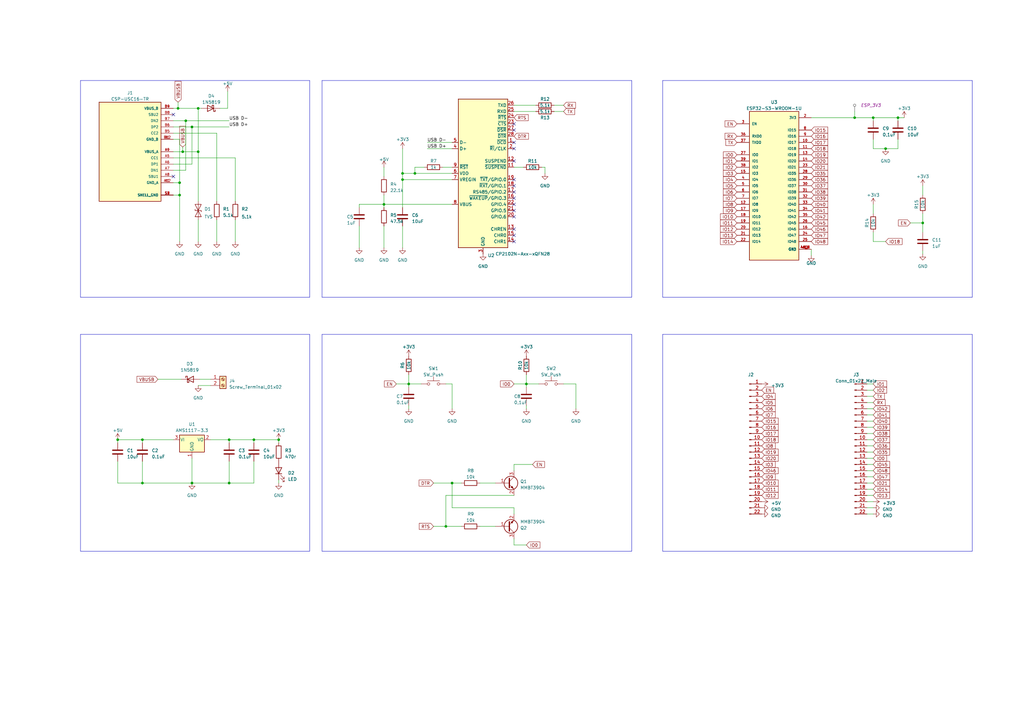
<source format=kicad_sch>
(kicad_sch (version 20230121) (generator eeschema)
  (paper "A3")
  (lib_symbols
    (symbol "CSP-USC16-TR:CSP-USC16-TR" (pin_names (offset 1.016))
      (property "Reference" "J1" (at 0 16.51 0))
      (property "Value" "CSP-USC16-TR" (at 0 13.97 0))
      (symbol "CSP-USC16-TR_0_0"
        (pin power_in line (at 17.78 -20.32 180) (length 5.08) (name "GND_A") (number "A1"))
        (pin power_in line (at 17.78 -20.32 180) (length 5.08) (name "GND_A") (number "A12"))
        (pin power_in line (at 17.78 -7.62 180) (length 5.08) (name "VBUS_A") (number "A4"))
        (pin bidirectional line (at 17.78 -10.16 180) (length 5.08) (name "CC1") (number "A5"))
        (pin bidirectional line (at 17.78 -12.7 180) (length 5.08) (name "DP1") (number "A6"))
        (pin bidirectional line (at 17.78 -15.24 180) (length 5.08) (name "DN1") (number "A7"))
        (pin bidirectional line (at 17.78 -17.78 180) (length 5.08) (name "SBU1") (number "A8"))
        (pin power_in line (at 17.78 -7.62 180) (length 5.08) (name "VBUS_A") (number "A9"))
        (pin power_in line (at 17.78 -2.54 180) (length 5.08) (name "GND_B") (number "B1"))
        (pin power_in line (at 17.78 -2.54 180) (length 5.08) (name "GND_B") (number "B12"))
        (pin bidirectional line (at 17.78 0 180) (length 5.08) (name "CC2") (number "B5"))
        (pin bidirectional line (at 17.78 2.54 180) (length 5.08) (name "DP2") (number "B6"))
        (pin bidirectional line (at 17.78 5.08 180) (length 5.08) (name "DN2") (number "B7"))
        (pin bidirectional line (at 17.78 7.62 180) (length 5.08) (name "SBU2") (number "B8"))
        (pin power_in line (at 17.78 -25.4 180) (length 5.08) (name "SHELL_GND") (number "S1"))
        (pin power_in line (at 17.78 -25.4 180) (length 5.08) (name "SHELL_GND") (number "S2"))
        (pin power_in line (at 17.78 -25.4 180) (length 5.08) (name "SHELL_GND") (number "S3"))
        (pin power_in line (at 17.78 -25.4 180) (length 5.08) (name "SHELL_GND") (number "S4"))
      )
      (symbol "CSP-USC16-TR_1_0"
        (pin bidirectional line (at 17.78 10.16 180) (length 5.08) (name "VBUS_B") (number "B4"))
        (pin bidirectional line (at 17.78 10.16 180) (length 5.08) (name "VBUS_B") (number "B9"))
      )
    )
    (symbol "Connector:Conn_01x22_Male" (pin_names (offset 1.016) hide)
      (property "Reference" "J" (at 0 27.94 0))
      (property "Value" "Conn_01x22_Male" (at 0 -30.48 0))
      (symbol "Conn_01x22_Male_1_1"
        (pin passive line (at 5.08 25.4 180) (length 3.81) (name "Pin_1") (number "1"))
        (pin passive line (at 5.08 2.54 180) (length 3.81) (name "Pin_10") (number "10"))
        (pin passive line (at 5.08 0 180) (length 3.81) (name "Pin_11") (number "11"))
        (pin passive line (at 5.08 -2.54 180) (length 3.81) (name "Pin_12") (number "12"))
        (pin passive line (at 5.08 -5.08 180) (length 3.81) (name "Pin_13") (number "13"))
        (pin passive line (at 5.08 -7.62 180) (length 3.81) (name "Pin_14") (number "14"))
        (pin passive line (at 5.08 -10.16 180) (length 3.81) (name "Pin_15") (number "15"))
        (pin passive line (at 5.08 -12.7 180) (length 3.81) (name "Pin_16") (number "16"))
        (pin passive line (at 5.08 -15.24 180) (length 3.81) (name "Pin_17") (number "17"))
        (pin passive line (at 5.08 -17.78 180) (length 3.81) (name "Pin_18") (number "18"))
        (pin passive line (at 5.08 -20.32 180) (length 3.81) (name "Pin_19") (number "19"))
        (pin passive line (at 5.08 22.86 180) (length 3.81) (name "Pin_2") (number "2"))
        (pin passive line (at 5.08 -22.86 180) (length 3.81) (name "Pin_20") (number "20"))
        (pin passive line (at 5.08 -25.4 180) (length 3.81) (name "Pin_21") (number "21"))
        (pin passive line (at 5.08 -27.94 180) (length 3.81) (name "Pin_22") (number "22"))
        (pin passive line (at 5.08 20.32 180) (length 3.81) (name "Pin_3") (number "3"))
        (pin passive line (at 5.08 17.78 180) (length 3.81) (name "Pin_4") (number "4"))
        (pin passive line (at 5.08 15.24 180) (length 3.81) (name "Pin_5") (number "5"))
        (pin passive line (at 5.08 12.7 180) (length 3.81) (name "Pin_6") (number "6"))
        (pin passive line (at 5.08 10.16 180) (length 3.81) (name "Pin_7") (number "7"))
        (pin passive line (at 5.08 7.62 180) (length 3.81) (name "Pin_8") (number "8"))
        (pin passive line (at 5.08 5.08 180) (length 3.81) (name "Pin_9") (number "9"))
      )
    )
    (symbol "Connector:Screw_Terminal_01x02" (pin_names (offset 1.016) hide)
      (property "Reference" "J" (at 0 2.54 0))
      (property "Value" "Screw_Terminal_01x02" (at 0 -5.08 0))
      (symbol "Screw_Terminal_01x02_1_1"
        (pin passive line (at -5.08 0 0) (length 3.81) (name "Pin_1") (number "1"))
        (pin passive line (at -5.08 -2.54 0) (length 3.81) (name "Pin_2") (number "2"))
      )
    )
    (symbol "Device:C" (pin_numbers hide) (pin_names (offset 0.254))
      (property "Reference" "C" (at 0.635 2.54 0))
      (property "Value" "C" (at 0.635 -2.54 0))
      (symbol "C_1_1"
        (pin passive line (at 0 3.81 270) (length 2.794) (name "~") (number "1"))
        (pin passive line (at 0 -3.81 90) (length 2.794) (name "~") (number "2"))
      )
    )
    (symbol "Device:LED" (pin_numbers hide) (pin_names (offset 1.016) hide)
      (property "Reference" "D" (at 0 2.54 0))
      (property "Value" "LED" (at 0 -2.54 0))
      (symbol "LED_1_1"
        (pin passive line (at -3.81 0 0) (length 2.54) (name "K") (number "1"))
        (pin passive line (at 3.81 0 180) (length 2.54) (name "A") (number "2"))
      )
    )
    (symbol "Device:R" (pin_numbers hide) (pin_names (offset 0))
      (property "Reference" "R" (at 2.032 0 90))
      (property "Value" "R" (at 0 0 90))
      (symbol "R_1_1"
        (pin passive line (at 0 3.81 270) (length 1.27) (name "~") (number "1"))
        (pin passive line (at 0 -3.81 90) (length 1.27) (name "~") (number "2"))
      )
    )
    (symbol "Diode:1N5819" (pin_numbers hide) (pin_names (offset 1.016) hide)
      (property "Reference" "D" (at 0 2.54 0))
      (property "Value" "1N5819" (at 0 -2.54 0))
      (symbol "1N5819_1_1"
        (pin passive line (at -3.81 0 0) (length 2.54) (name "K") (number "1"))
        (pin passive line (at 3.81 0 180) (length 2.54) (name "A") (number "2"))
      )
    )
    (symbol "Diode:SD24_SOD323" (pin_numbers hide) (pin_names (offset 1.016) hide)
      (property "Reference" "D" (at 0 2.54 0))
      (property "Value" "SD24_SOD323" (at 0 -2.54 0))
      (symbol "SD24_SOD323_1_1"
        (pin passive line (at -3.81 0 0) (length 2.54) (name "A1") (number "1"))
        (pin passive line (at 3.81 0 180) (length 2.54) (name "A2") (number "2"))
      )
    )
    (symbol "ESP32-S3-WROOM-1U:ESP32-S3-WROOM-1U" (pin_names (offset 1.016))
      (property "Reference" "U3" (at 0 34.29 0))
      (property "Value" "ESP32-S3-WROOM-1U" (at 0 31.75 0))
      (symbol "ESP32-S3-WROOM-1U_0_0"
        (pin bidirectional line (at 15.24 17.78 180) (length 5.08) (name "IO17") (number "10"))
        (pin bidirectional line (at 15.24 15.24 180) (length 5.08) (name "IO18") (number "11"))
        (pin bidirectional line (at -15.24 -7.62 0) (length 5.08) (name "IO8") (number "12"))
        (pin bidirectional line (at 15.24 12.7 180) (length 5.08) (name "IO19") (number "13"))
        (pin bidirectional line (at 15.24 10.16 180) (length 5.08) (name "IO20") (number "14"))
        (pin bidirectional line (at -15.24 5.08 0) (length 5.08) (name "IO3") (number "15"))
        (pin bidirectional line (at 15.24 -17.78 180) (length 5.08) (name "IO46") (number "16"))
        (pin bidirectional line (at -15.24 -10.16 0) (length 5.08) (name "IO9") (number "17"))
        (pin bidirectional line (at -15.24 -12.7 0) (length 5.08) (name "IO10") (number "18"))
        (pin bidirectional line (at -15.24 -15.24 0) (length 5.08) (name "IO11") (number "19"))
        (pin power_in line (at 15.24 27.94 180) (length 5.08) (name "3V3") (number "2"))
        (pin bidirectional line (at -15.24 -17.78 0) (length 5.08) (name "IO12") (number "20"))
        (pin bidirectional line (at -15.24 -20.32 0) (length 5.08) (name "IO13") (number "21"))
        (pin bidirectional line (at -15.24 -22.86 0) (length 5.08) (name "IO14") (number "22"))
        (pin bidirectional line (at 15.24 7.62 180) (length 5.08) (name "IO21") (number "23"))
        (pin bidirectional line (at 15.24 -20.32 180) (length 5.08) (name "IO47") (number "24"))
        (pin bidirectional line (at 15.24 -22.86 180) (length 5.08) (name "IO48") (number "25"))
        (pin bidirectional line (at 15.24 -15.24 180) (length 5.08) (name "IO45") (number "26"))
        (pin bidirectional line (at -15.24 12.7 0) (length 5.08) (name "IO0") (number "27"))
        (pin bidirectional line (at 15.24 5.08 180) (length 5.08) (name "IO35") (number "28"))
        (pin bidirectional line (at 15.24 2.54 180) (length 5.08) (name "IO36") (number "29"))
        (pin input line (at -15.24 25.4 0) (length 5.08) (name "EN") (number "3"))
        (pin bidirectional line (at 15.24 0 180) (length 5.08) (name "IO37") (number "30"))
        (pin bidirectional line (at 15.24 -2.54 180) (length 5.08) (name "IO38") (number "31"))
        (pin bidirectional line (at 15.24 -5.08 180) (length 5.08) (name "IO39") (number "32"))
        (pin bidirectional line (at 15.24 -7.62 180) (length 5.08) (name "IO40") (number "33"))
        (pin bidirectional line (at 15.24 -10.16 180) (length 5.08) (name "IO41") (number "34"))
        (pin bidirectional line (at 15.24 -12.7 180) (length 5.08) (name "IO42") (number "35"))
        (pin bidirectional line (at -15.24 20.32 0) (length 5.08) (name "RXD0") (number "36"))
        (pin bidirectional line (at -15.24 17.78 0) (length 5.08) (name "TXD0") (number "37"))
        (pin bidirectional line (at -15.24 7.62 0) (length 5.08) (name "IO2") (number "38"))
        (pin bidirectional line (at -15.24 10.16 0) (length 5.08) (name "IO1") (number "39"))
        (pin bidirectional line (at -15.24 2.54 0) (length 5.08) (name "IO4") (number "4"))
        (pin bidirectional line (at -15.24 0 0) (length 5.08) (name "IO5") (number "5"))
        (pin bidirectional line (at -15.24 -2.54 0) (length 5.08) (name "IO6") (number "6"))
        (pin bidirectional line (at -15.24 -5.08 0) (length 5.08) (name "IO7") (number "7"))
        (pin bidirectional line (at 15.24 22.86 180) (length 5.08) (name "IO15") (number "8"))
        (pin bidirectional line (at 15.24 20.32 180) (length 5.08) (name "IO16") (number "9"))
      )
      (symbol "ESP32-S3-WROOM-1U_1_0"
        (pin bidirectional line (at 15.24 -26.035 180) (length 5.08) (name "GND") (number "1"))
        (pin bidirectional line (at 15.24 -26.035 180) (length 5.08) (name "GND") (number "40"))
        (pin bidirectional line (at 15.24 -26.035 180) (length 5.08) (name "GND") (number "41_1"))
        (pin bidirectional line (at 15.24 -26.035 180) (length 5.08) (name "GND") (number "41_2"))
        (pin bidirectional line (at 15.24 -26.035 180) (length 5.08) (name "GND") (number "41_3"))
        (pin bidirectional line (at 15.24 -26.035 180) (length 5.08) (name "GND") (number "41_4"))
        (pin bidirectional line (at 15.24 -26.035 180) (length 5.08) (name "GND") (number "41_5"))
        (pin bidirectional line (at 15.24 -26.035 180) (length 5.08) (name "GND") (number "41_6"))
        (pin bidirectional line (at 15.24 -26.035 180) (length 5.08) (name "GND") (number "41_7"))
        (pin bidirectional line (at 15.24 -26.035 180) (length 5.08) (name "GND") (number "41_8"))
        (pin bidirectional line (at 15.24 -26.035 180) (length 5.08) (name "GND") (number "41_9"))
      )
    )
    (symbol "Interface_USB:CP2102N-Axx-xQFN28"
      (property "Reference" "U2" (at 1.9559 -33.655 0))
      (property "Value" "CP2102N-Axx-xQFN28" (at -4.445 -37.465 0))
      (symbol "CP2102N-Axx-xQFN28_1_1"
        (pin input line (at 12.7 12.7 180) (length 2.54) (name "~{DCD}") (number "1"))
        (pin no_connect line (at -10.16 -27.94 0) (length 2.54) hide (name "NC") (number "10"))
        (pin output line (at 12.7 2.54 180) (length 2.54) (name "~{SUSPEND}") (number "11"))
        (pin output line (at 12.7 5.08 180) (length 2.54) (name "SUSPEND") (number "12"))
        (pin output line (at 12.7 -22.86 180) (length 2.54) (name "CHREN") (number "13"))
        (pin output line (at 12.7 -27.94 180) (length 2.54) (name "CHR1") (number "14"))
        (pin output line (at 12.7 -25.4 180) (length 2.54) (name "CHR0") (number "15"))
        (pin bidirectional line (at 12.7 -10.16 180) (length 2.54) (name "~{WAKEUP}/GPIO.3") (number "16"))
        (pin bidirectional line (at 12.7 -7.62 180) (length 2.54) (name "RS485/GPIO.2") (number "17"))
        (pin bidirectional line (at 12.7 -5.08 180) (length 2.54) (name "~{RXT}/GPIO.1") (number "18"))
        (pin bidirectional line (at 12.7 -2.54 180) (length 2.54) (name "~{TXT}/GPIO.0") (number "19"))
        (pin bidirectional line (at 12.7 10.16 180) (length 2.54) (name "~{RI}/CLK") (number "2"))
        (pin bidirectional line (at 12.7 -17.78 180) (length 2.54) (name "GPIO.6") (number "20"))
        (pin bidirectional line (at 12.7 -15.24 180) (length 2.54) (name "GPIO.5") (number "21"))
        (pin bidirectional line (at 12.7 -12.7 180) (length 2.54) (name "GPIO.4") (number "22"))
        (pin input line (at 12.7 20.32 180) (length 2.54) (name "~{CTS}") (number "23"))
        (pin output line (at 12.7 22.86 180) (length 2.54) (name "~{RTS}") (number "24"))
        (pin input line (at 12.7 25.4 180) (length 2.54) (name "RXD") (number "25"))
        (pin output line (at 12.7 27.94 180) (length 2.54) (name "TXD") (number "26"))
        (pin input line (at 12.7 17.78 180) (length 2.54) (name "~{DSR}") (number "27"))
        (pin output line (at 12.7 15.24 180) (length 2.54) (name "~{DTR}") (number "28"))
        (pin passive line (at 0 -33.02 90) (length 2.54) hide (name "GND") (number "29"))
        (pin power_in line (at 0 -33.02 90) (length 2.54) (name "GND") (number "3"))
        (pin bidirectional line (at -12.7 10.16 0) (length 2.54) (name "D+") (number "4"))
        (pin bidirectional line (at -12.7 12.7 0) (length 2.54) (name "D-") (number "5"))
        (pin power_in line (at -12.7 0 0) (length 2.54) (name "VDD") (number "6"))
        (pin power_in line (at -12.7 -2.54 0) (length 2.54) (name "VREGIN") (number "7"))
        (pin input line (at -12.7 -12.7 0) (length 2.54) (name "VBUS") (number "8"))
        (pin input line (at -12.7 2.54 0) (length 2.54) (name "~{RST}") (number "9"))
      )
    )
    (symbol "Regulator_Linear:AMS1117-3.3" (pin_names (offset 0.254))
      (property "Reference" "U" (at -3.81 3.175 0))
      (property "Value" "AMS1117-3.3" (at 0 3.175 0))
      (symbol "AMS1117-3.3_1_1"
        (pin power_in line (at 0 -7.62 90) (length 2.54) (name "GND") (number "1"))
        (pin power_out line (at 7.62 0 180) (length 2.54) (name "VO") (number "2"))
        (pin power_in line (at -7.62 0 0) (length 2.54) (name "VI") (number "3"))
      )
    )
    (symbol "Switch:SW_Push" (pin_numbers hide) (pin_names (offset 1.016) hide)
      (property "Reference" "SW" (at 1.27 2.54 0))
      (property "Value" "SW_Push" (at 0 -1.524 0))
      (symbol "SW_Push_0_1"
        (pin passive line (at -5.08 0 0) (length 2.54) (name "1") (number "1"))
        (pin passive line (at 5.08 0 180) (length 2.54) (name "2") (number "2"))
      )
    )
    (symbol "Transistor_BJT:MMBT3904" (pin_names (offset 0) hide)
      (property "Reference" "Q" (at 5.08 1.905 0))
      (property "Value" "MMBT3904" (at 5.08 0 0))
      (symbol "MMBT3904_1_1"
        (pin input line (at -5.08 0 0) (length 5.715) (name "B") (number "1"))
        (pin passive line (at 2.54 -5.08 90) (length 2.54) (name "E") (number "2"))
        (pin passive line (at 2.54 5.08 270) (length 2.54) (name "C") (number "3"))
      )
    )
    (symbol "power:+3V3" (power) (pin_names (offset 0))
      (property "Value" "+3V3" (at 0 3.556 0))
      (symbol "+3V3_1_1"
        (pin power_in line (at 0 0 90) (length 0) hide (name "+3V3") (number "1"))
      )
    )
    (symbol "power:+5V" (power) (pin_names (offset 0))
      (property "Value" "+5V" (at 0 3.556 0))
      (symbol "+5V_1_1"
        (pin power_in line (at 0 0 90) (length 0) hide (name "+5V") (number "1"))
      )
    )
    (symbol "power:GND" (power) (pin_names (offset 0))
      (property "Value" "GND" (at 0 -3.81 0))
      (symbol "GND_1_1"
        (pin power_in line (at 0 0 270) (length 0) hide (name "GND") (number "1"))
      )
    )
  )
  (junction (at 58.42 198.12))
  (junction (at 93.98 180.34))
  (junction (at 358.14 48.26))
  (junction (at 350.52 48.26))
  (junction (at 73.66 74.93))
  (junction (at 93.98 198.12))
  (junction (at 48.26 180.34))
  (junction (at 185.42 198.12))
  (junction (at 167.64 157.48))
  (junction (at 76.2 49.53))
  (junction (at 165.1 73.66))
  (junction (at 378.46 91.44))
  (junction (at 215.9 157.48))
  (junction (at 74.93 62.23))
  (junction (at 78.74 198.12))
  (junction (at 104.14 180.34))
  (junction (at 363.22 60.96))
  (junction (at 78.74 52.07))
  (junction (at 157.48 83.82))
  (junction (at 170.18 71.12))
  (junction (at 165.1 71.12))
  (junction (at 81.28 62.23))
  (junction (at 81.28 44.45))
  (junction (at 114.3 180.34))
  (junction (at 73.025 44.45))
  (junction (at 58.42 180.34))
  (junction (at 182.88 215.9))
  (junction (at 368.3 48.26))
  (junction (at 73.66 80.01))
  (no_connect (at 71.12 46.99))
  (no_connect (at 210.82 50.8))
  (no_connect (at 210.82 86.36))
  (no_connect (at 210.82 83.82))
  (no_connect (at 71.12 72.39))
  (no_connect (at 210.82 60.96))
  (no_connect (at 210.82 73.66))
  (no_connect (at 210.82 93.98))
  (no_connect (at 210.82 99.06))
  (no_connect (at 210.82 76.2))
  (no_connect (at 210.82 58.42))
  (no_connect (at 210.82 66.04))
  (no_connect (at 210.82 53.34))
  (no_connect (at 210.82 96.52))
  (no_connect (at 210.82 88.9))
  (no_connect (at 210.82 81.28))
  (no_connect (at 210.82 78.74))
  (wire (pts (xy 81.28 44.45) (xy 82.55 44.45)))
  (wire (pts (xy 215.9 157.48) (xy 215.9 153.67)))
  (wire (pts (xy 355.6 185.42) (xy 358.14 185.42)))
  (wire (pts (xy 185.42 198.12) (xy 185.42 208.28)))
  (wire (pts (xy 78.74 198.12) (xy 78.74 187.96)))
  (wire (pts (xy 368.3 48.26) (xy 358.14 48.26)))
  (wire (pts (xy 378.46 91.44) (xy 378.46 95.25)))
  (wire (pts (xy 165.1 92.71) (xy 165.1 101.6)))
  (wire (pts (xy 370.84 48.26) (xy 368.3 48.26)))
  (wire (pts (xy 81.28 44.45) (xy 73.025 44.45)))
  (wire (pts (xy 88.9 90.17) (xy 88.9 99.06)))
  (polyline (pts (xy 132.08 137.16) (xy 259.08 137.16)))
  (wire (pts (xy 147.32 83.82) (xy 147.32 85.09)))
  (wire (pts (xy 181.61 68.58) (xy 185.42 68.58)))
  (wire (pts (xy 355.6 157.48) (xy 358.14 157.48)))
  (wire (pts (xy 74.93 62.23) (xy 81.28 62.23)))
  (wire (pts (xy 170.18 71.12) (xy 170.18 68.58)))
  (wire (pts (xy 358.14 48.26) (xy 358.14 49.53)))
  (wire (pts (xy 58.42 180.34) (xy 58.42 181.61)))
  (wire (pts (xy 88.9 54.61) (xy 88.9 82.55)))
  (wire (pts (xy 358.14 99.06) (xy 358.14 95.25)))
  (wire (pts (xy 368.3 48.26) (xy 368.3 49.53)))
  (wire (pts (xy 355.6 180.34) (xy 358.14 180.34)))
  (polyline (pts (xy 33.02 137.16) (xy 33.02 226.06)))
  (polyline (pts (xy 127 121.92) (xy 127 33.02)))
  (wire (pts (xy 210.82 157.48) (xy 215.9 157.48)))
  (wire (pts (xy 93.98 198.12) (xy 93.98 189.23)))
  (wire (pts (xy 358.14 83.82) (xy 358.14 87.63)))
  (wire (pts (xy 355.6 162.56) (xy 358.14 162.56)))
  (polyline (pts (xy 271.78 33.02) (xy 271.78 121.92)))
  (wire (pts (xy 71.12 57.15) (xy 73.66 57.15)))
  (wire (pts (xy 363.22 99.06) (xy 358.14 99.06)))
  (wire (pts (xy 81.915 155.575) (xy 86.36 155.575)))
  (wire (pts (xy 185.42 198.12) (xy 189.23 198.12)))
  (wire (pts (xy 93.98 180.34) (xy 86.36 180.34)))
  (wire (pts (xy 355.6 187.96) (xy 358.14 187.96)))
  (polyline (pts (xy 132.08 226.06) (xy 259.08 226.06)))
  (wire (pts (xy 355.6 210.82) (xy 358.14 210.82)))
  (wire (pts (xy 185.42 157.48) (xy 182.88 157.48)))
  (wire (pts (xy 165.1 71.12) (xy 165.1 73.66)))
  (wire (pts (xy 220.98 157.48) (xy 215.9 157.48)))
  (wire (pts (xy 185.42 208.28) (xy 210.82 208.28)))
  (wire (pts (xy 210.82 190.5) (xy 218.44 190.5)))
  (wire (pts (xy 185.42 157.48) (xy 185.42 167.64)))
  (wire (pts (xy 78.74 52.07) (xy 93.98 52.07)))
  (polyline (pts (xy 33.02 33.02) (xy 127 33.02)))
  (wire (pts (xy 215.9 157.48) (xy 215.9 158.75)))
  (wire (pts (xy 81.28 62.23) (xy 81.28 82.55)))
  (wire (pts (xy 157.48 83.82) (xy 147.32 83.82)))
  (polyline (pts (xy 132.08 121.92) (xy 259.08 121.92)))
  (wire (pts (xy 223.52 71.12) (xy 223.52 68.58)))
  (wire (pts (xy 378.46 104.14) (xy 378.46 102.87)))
  (wire (pts (xy 96.52 90.17) (xy 96.52 99.06)))
  (wire (pts (xy 147.32 92.71) (xy 147.32 101.6)))
  (polyline (pts (xy 33.02 33.02) (xy 33.02 121.92)))
  (wire (pts (xy 157.48 101.6) (xy 157.48 92.71)))
  (wire (pts (xy 231.14 43.18) (xy 227.33 43.18)))
  (polyline (pts (xy 271.78 33.02) (xy 398.78 33.02)))
  (wire (pts (xy 58.42 189.23) (xy 58.42 198.12)))
  (wire (pts (xy 177.8 215.9) (xy 182.88 215.9)))
  (wire (pts (xy 162.56 157.48) (xy 167.64 157.48)))
  (wire (pts (xy 165.1 60.96) (xy 165.1 71.12)))
  (wire (pts (xy 76.2 49.53) (xy 93.98 49.53)))
  (wire (pts (xy 93.345 37.465) (xy 93.345 44.45)))
  (wire (pts (xy 210.82 203.2) (xy 182.88 203.2)))
  (wire (pts (xy 157.48 83.82) (xy 157.48 85.09)))
  (wire (pts (xy 104.14 181.61) (xy 104.14 180.34)))
  (polyline (pts (xy 259.08 121.92) (xy 259.08 33.02)))
  (wire (pts (xy 71.12 67.31) (xy 78.74 67.31)))
  (wire (pts (xy 210.82 68.58) (xy 214.63 68.58)))
  (wire (pts (xy 355.6 195.58) (xy 358.14 195.58)))
  (wire (pts (xy 236.22 157.48) (xy 231.14 157.48)))
  (wire (pts (xy 104.14 180.34) (xy 114.3 180.34)))
  (wire (pts (xy 355.6 177.8) (xy 358.14 177.8)))
  (wire (pts (xy 355.6 170.18) (xy 358.14 170.18)))
  (wire (pts (xy 86.36 158.115) (xy 81.28 158.115)))
  (wire (pts (xy 378.46 87.63) (xy 378.46 91.44)))
  (wire (pts (xy 231.14 45.72) (xy 227.33 45.72)))
  (wire (pts (xy 165.1 73.66) (xy 185.42 73.66)))
  (polyline (pts (xy 271.78 137.16) (xy 271.78 226.06)))
  (wire (pts (xy 223.52 68.58) (xy 222.25 68.58)))
  (wire (pts (xy 332.74 48.26) (xy 350.52 48.26)))
  (wire (pts (xy 175.26 60.96) (xy 185.42 60.96)))
  (wire (pts (xy 76.2 69.85) (xy 76.2 49.53)))
  (wire (pts (xy 355.6 203.2) (xy 358.14 203.2)))
  (wire (pts (xy 170.18 68.58) (xy 173.99 68.58)))
  (wire (pts (xy 210.82 223.52) (xy 215.9 223.52)))
  (polyline (pts (xy 33.02 121.92) (xy 127 121.92)))
  (wire (pts (xy 71.12 52.07) (xy 78.74 52.07)))
  (polyline (pts (xy 271.78 137.16) (xy 398.78 137.16)))
  (wire (pts (xy 58.42 180.34) (xy 48.26 180.34)))
  (wire (pts (xy 165.1 73.66) (xy 165.1 85.09)))
  (wire (pts (xy 378.46 76.2) (xy 378.46 80.01)))
  (wire (pts (xy 355.6 175.26) (xy 358.14 175.26)))
  (wire (pts (xy 175.26 58.42) (xy 185.42 58.42)))
  (wire (pts (xy 58.42 198.12) (xy 78.74 198.12)))
  (wire (pts (xy 355.6 182.88) (xy 358.14 182.88)))
  (wire (pts (xy 93.98 181.61) (xy 93.98 180.34)))
  (wire (pts (xy 182.88 203.2) (xy 182.88 215.9)))
  (wire (pts (xy 363.22 60.96) (xy 358.14 60.96)))
  (wire (pts (xy 355.6 198.12) (xy 358.14 198.12)))
  (wire (pts (xy 368.3 57.15) (xy 368.3 60.96)))
  (wire (pts (xy 167.64 157.48) (xy 167.64 158.75)))
  (polyline (pts (xy 33.02 226.06) (xy 127 226.06)))
  (wire (pts (xy 64.77 155.575) (xy 74.295 155.575)))
  (wire (pts (xy 114.3 198.12) (xy 114.3 196.85)))
  (polyline (pts (xy 259.08 226.06) (xy 259.08 137.16)))
  (wire (pts (xy 355.6 190.5) (xy 358.14 190.5)))
  (wire (pts (xy 93.98 180.34) (xy 104.14 180.34)))
  (wire (pts (xy 350.52 45.72) (xy 350.52 48.26)))
  (polyline (pts (xy 127 226.06) (xy 127 137.16)))
  (wire (pts (xy 73.66 57.15) (xy 73.66 74.93)))
  (polyline (pts (xy 398.78 226.06) (xy 398.78 137.16)))
  (wire (pts (xy 157.48 83.82) (xy 185.42 83.82)))
  (wire (pts (xy 114.3 180.34) (xy 114.3 181.61)))
  (wire (pts (xy 210.82 220.98) (xy 210.82 223.52)))
  (wire (pts (xy 355.6 160.02) (xy 358.14 160.02)))
  (wire (pts (xy 78.74 52.07) (xy 78.74 67.31)))
  (wire (pts (xy 215.9 167.64) (xy 215.9 166.37)))
  (wire (pts (xy 167.64 153.67) (xy 167.64 157.48)))
  (wire (pts (xy 90.17 44.45) (xy 93.345 44.45)))
  (wire (pts (xy 78.74 198.12) (xy 93.98 198.12)))
  (wire (pts (xy 71.12 180.34) (xy 58.42 180.34)))
  (wire (pts (xy 373.38 91.44) (xy 378.46 91.44)))
  (wire (pts (xy 73.025 44.45) (xy 71.12 44.45)))
  (wire (pts (xy 355.6 167.64) (xy 358.14 167.64)))
  (wire (pts (xy 167.64 167.64) (xy 167.64 166.37)))
  (wire (pts (xy 71.12 54.61) (xy 88.9 54.61)))
  (polyline (pts (xy 132.08 33.02) (xy 259.08 33.02)))
  (wire (pts (xy 358.14 48.26) (xy 350.52 48.26)))
  (wire (pts (xy 355.6 193.04) (xy 358.14 193.04)))
  (wire (pts (xy 74.93 60.325) (xy 74.93 62.23)))
  (wire (pts (xy 104.14 198.12) (xy 104.14 189.23)))
  (wire (pts (xy 196.85 215.9) (xy 203.2 215.9)))
  (wire (pts (xy 81.28 90.17) (xy 81.28 99.06)))
  (wire (pts (xy 48.26 180.34) (xy 48.26 181.61)))
  (wire (pts (xy 48.26 198.12) (xy 58.42 198.12)))
  (wire (pts (xy 355.6 172.72) (xy 358.14 172.72)))
  (wire (pts (xy 71.12 80.01) (xy 73.66 80.01)))
  (wire (pts (xy 210.82 190.5) (xy 210.82 193.04)))
  (wire (pts (xy 363.22 60.96) (xy 368.3 60.96)))
  (polyline (pts (xy 271.78 226.06) (xy 398.78 226.06)))
  (wire (pts (xy 358.14 60.96) (xy 358.14 57.15)))
  (wire (pts (xy 355.6 205.74) (xy 358.14 205.74)))
  (wire (pts (xy 71.12 49.53) (xy 76.2 49.53)))
  (wire (pts (xy 236.22 167.64) (xy 236.22 157.48)))
  (wire (pts (xy 81.28 44.45) (xy 81.28 62.23)))
  (polyline (pts (xy 33.02 137.16) (xy 127 137.16)))
  (wire (pts (xy 182.88 215.9) (xy 189.23 215.9)))
  (polyline (pts (xy 132.08 33.02) (xy 132.08 121.92)))
  (wire (pts (xy 73.66 80.01) (xy 73.66 99.06)))
  (wire (pts (xy 48.26 189.23) (xy 48.26 198.12)))
  (wire (pts (xy 73.025 41.91) (xy 73.025 44.45)))
  (wire (pts (xy 71.12 69.85) (xy 76.2 69.85)))
  (wire (pts (xy 157.48 68.58) (xy 157.48 72.39)))
  (wire (pts (xy 71.12 74.93) (xy 73.66 74.93)))
  (polyline (pts (xy 271.78 121.92) (xy 398.78 121.92)))
  (wire (pts (xy 71.12 64.77) (xy 96.52 64.77)))
  (wire (pts (xy 332.74 102.235) (xy 332.74 104.775)))
  (wire (pts (xy 210.82 45.72) (xy 219.71 45.72)))
  (wire (pts (xy 355.6 165.1) (xy 358.14 165.1)))
  (wire (pts (xy 210.82 43.18) (xy 219.71 43.18)))
  (wire (pts (xy 177.8 198.12) (xy 185.42 198.12)))
  (wire (pts (xy 71.12 62.23) (xy 74.93 62.23)))
  (wire (pts (xy 210.82 210.82) (xy 210.82 208.28)))
  (wire (pts (xy 165.1 71.12) (xy 170.18 71.12)))
  (wire (pts (xy 355.6 200.66) (xy 358.14 200.66)))
  (polyline (pts (xy 132.08 137.16) (xy 132.08 226.06)))
  (polyline (pts (xy 398.78 121.92) (xy 398.78 33.02)))
  (wire (pts (xy 73.66 74.93) (xy 73.66 80.01)))
  (wire (pts (xy 93.98 198.12) (xy 104.14 198.12)))
  (wire (pts (xy 157.48 80.01) (xy 157.48 83.82)))
  (wire (pts (xy 355.6 208.28) (xy 358.14 208.28)))
  (wire (pts (xy 167.64 157.48) (xy 172.72 157.48)))
  (wire (pts (xy 185.42 71.12) (xy 170.18 71.12)))
  (wire (pts (xy 96.52 64.77) (xy 96.52 82.55)))
  (wire (pts (xy 196.85 198.12) (xy 203.2 198.12)))
  (label "USB D-" (at 93.98 49.53 0))
  (label "USB D-" (at 175.26 58.42 0))
  (label "USB D+" (at 175.26 60.96 0))
  (label "USB D+" (at 93.98 52.07 0))
  (global_label "IO17" (shape input) (at 332.74 58.42 0) (property "Intersheetrefs" "${INTERSHEET_REFS}" (effects hide)))
  (global_label "IO21" (shape input) (at 332.74 68.58 0) (property "Intersheetrefs" "${INTERSHEET_REFS}" (effects hide)))
  (global_label "IO7" (shape input) (at 302.26 81.28 180) (property "Intersheetrefs" "${INTERSHEET_REFS}" (effects hide)))
  (global_label "DTR" (shape input) (at 177.8 198.12 180) (property "Intersheetrefs" "${INTERSHEET_REFS}" (effects hide)))
  (global_label "IO0" (shape input) (at 210.82 157.48 180) (property "Intersheetrefs" "${INTERSHEET_REFS}" (effects hide)))
  (global_label "IO39" (shape input) (at 358.14 175.26 0) (property "Intersheetrefs" "${INTERSHEET_REFS}" (effects hide)))
  (global_label "IO35" (shape input) (at 358.14 185.42 0) (property "Intersheetrefs" "${INTERSHEET_REFS}" (effects hide)))
  (global_label "IO2" (shape input) (at 302.26 68.58 180) (property "Intersheetrefs" "${INTERSHEET_REFS}" (effects hide)))
  (global_label "EN" (shape input) (at 312.42 160.02 0) (property "Intersheetrefs" "${INTERSHEET_REFS}" (effects hide)))
  (global_label "IO9" (shape input) (at 302.26 86.36 180) (property "Intersheetrefs" "${INTERSHEET_REFS}" (effects hide)))
  (global_label "IO37" (shape input) (at 332.74 76.2 0) (property "Intersheetrefs" "${INTERSHEET_REFS}" (effects hide)))
  (global_label "IO20" (shape input) (at 312.42 187.96 0) (property "Intersheetrefs" "${INTERSHEET_REFS}" (effects hide)))
  (global_label "IO8" (shape input) (at 312.42 182.88 0) (property "Intersheetrefs" "${INTERSHEET_REFS}" (effects hide)))
  (global_label "DTR" (shape input) (at 210.82 55.88 0) (property "Intersheetrefs" "${INTERSHEET_REFS}" (effects hide)))
  (global_label "RTS" (shape input) (at 177.8 215.9 180) (property "Intersheetrefs" "${INTERSHEET_REFS}" (effects hide)))
  (global_label "IO5" (shape input) (at 302.26 76.2 180) (property "Intersheetrefs" "${INTERSHEET_REFS}" (effects hide)))
  (global_label "IO19" (shape input) (at 312.42 185.42 0) (property "Intersheetrefs" "${INTERSHEET_REFS}" (effects hide)))
  (global_label "IO10" (shape input) (at 302.26 88.9 180) (property "Intersheetrefs" "${INTERSHEET_REFS}" (effects hide)))
  (global_label "IO45" (shape input) (at 332.74 91.44 0) (property "Intersheetrefs" "${INTERSHEET_REFS}" (effects hide)))
  (global_label "TX" (shape input) (at 231.14 45.72 0) (property "Intersheetrefs" "${INTERSHEET_REFS}" (effects hide)))
  (global_label "IO8" (shape input) (at 302.26 83.82 180) (property "Intersheetrefs" "${INTERSHEET_REFS}" (effects hide)))
  (global_label "IO20" (shape input) (at 332.74 66.04 0) (property "Intersheetrefs" "${INTERSHEET_REFS}" (effects hide)))
  (global_label "TX" (shape input) (at 358.14 162.56 0) (property "Intersheetrefs" "${INTERSHEET_REFS}" (effects hide)))
  (global_label "IO36" (shape input) (at 358.14 182.88 0) (property "Intersheetrefs" "${INTERSHEET_REFS}" (effects hide)))
  (global_label "IO40" (shape input) (at 358.14 172.72 0) (property "Intersheetrefs" "${INTERSHEET_REFS}" (effects hide)))
  (global_label "IO16" (shape input) (at 312.42 175.26 0) (property "Intersheetrefs" "${INTERSHEET_REFS}" (effects hide)))
  (global_label "IO3" (shape input) (at 312.42 190.5 0) (property "Intersheetrefs" "${INTERSHEET_REFS}" (effects hide)))
  (global_label "IO11" (shape input) (at 312.42 200.66 0) (property "Intersheetrefs" "${INTERSHEET_REFS}" (effects hide)))
  (global_label "IO6" (shape input) (at 312.42 167.64 0) (property "Intersheetrefs" "${INTERSHEET_REFS}" (effects hide)))
  (global_label "IO15" (shape input) (at 332.74 53.34 0) (property "Intersheetrefs" "${INTERSHEET_REFS}" (effects hide)))
  (global_label "RX" (shape input) (at 231.14 43.18 0) (property "Intersheetrefs" "${INTERSHEET_REFS}" (effects hide)))
  (global_label "IO13" (shape input) (at 302.26 96.52 180) (property "Intersheetrefs" "${INTERSHEET_REFS}" (effects hide)))
  (global_label "IO48" (shape input) (at 358.14 193.04 0) (property "Intersheetrefs" "${INTERSHEET_REFS}" (effects hide)))
  (global_label "IO38" (shape input) (at 332.74 78.74 0) (property "Intersheetrefs" "${INTERSHEET_REFS}" (effects hide)))
  (global_label "IO21" (shape input) (at 358.14 198.12 0) (property "Intersheetrefs" "${INTERSHEET_REFS}" (effects hide)))
  (global_label "IO2" (shape input) (at 358.14 160.02 0) (property "Intersheetrefs" "${INTERSHEET_REFS}" (effects hide)))
  (global_label "VBUSB" (shape input) (at 74.93 60.325 90) (property "Intersheetrefs" "${INTERSHEET_REFS}" (effects hide)))
  (global_label "IO14" (shape input) (at 358.14 200.66 0) (property "Intersheetrefs" "${INTERSHEET_REFS}" (effects hide)))
  (global_label "IO18" (shape input) (at 332.74 60.96 0) (property "Intersheetrefs" "${INTERSHEET_REFS}" (effects hide)))
  (global_label "TX" (shape input) (at 302.26 58.42 180) (property "Intersheetrefs" "${INTERSHEET_REFS}" (effects hide)))
  (global_label "IO7" (shape input) (at 312.42 170.18 0) (property "Intersheetrefs" "${INTERSHEET_REFS}" (effects hide)))
  (global_label "IO39" (shape input) (at 332.74 81.28 0) (property "Intersheetrefs" "${INTERSHEET_REFS}" (effects hide)))
  (global_label "IO0" (shape input) (at 358.14 187.96 0) (property "Intersheetrefs" "${INTERSHEET_REFS}" (effects hide)))
  (global_label "EN" (shape input) (at 373.38 91.44 180) (property "Intersheetrefs" "${INTERSHEET_REFS}" (effects hide)))
  (global_label "VBUSB" (shape input) (at 73.025 41.91 90) (property "Intersheetrefs" "${INTERSHEET_REFS}" (effects hide)))
  (global_label "RX" (shape input) (at 358.14 165.1 0) (property "Intersheetrefs" "${INTERSHEET_REFS}" (effects hide)))
  (global_label "RTS" (shape input) (at 210.82 48.26 0) (property "Intersheetrefs" "${INTERSHEET_REFS}" (effects hide)))
  (global_label "IO5" (shape input) (at 312.42 165.1 0) (property "Intersheetrefs" "${INTERSHEET_REFS}" (effects hide)))
  (global_label "IO13" (shape input) (at 358.14 203.2 0) (property "Intersheetrefs" "${INTERSHEET_REFS}" (effects hide)))
  (global_label "IO47" (shape input) (at 332.74 96.52 0) (property "Intersheetrefs" "${INTERSHEET_REFS}" (effects hide)))
  (global_label "IO48" (shape input) (at 332.74 99.06 0) (property "Intersheetrefs" "${INTERSHEET_REFS}" (effects hide)))
  (global_label "IO6" (shape input) (at 302.26 78.74 180) (property "Intersheetrefs" "${INTERSHEET_REFS}" (effects hide)))
  (global_label "IO15" (shape input) (at 312.42 172.72 0) (property "Intersheetrefs" "${INTERSHEET_REFS}" (effects hide)))
  (global_label "IO3" (shape input) (at 302.26 71.12 180) (property "Intersheetrefs" "${INTERSHEET_REFS}" (effects hide)))
  (global_label "EN" (shape input) (at 218.44 190.5 0) (property "Intersheetrefs" "${INTERSHEET_REFS}" (effects hide)))
  (global_label "IO41" (shape input) (at 358.14 170.18 0) (property "Intersheetrefs" "${INTERSHEET_REFS}" (effects hide)))
  (global_label "IO41" (shape input) (at 332.74 86.36 0) (property "Intersheetrefs" "${INTERSHEET_REFS}" (effects hide)))
  (global_label "IO1" (shape input) (at 302.26 66.04 180) (property "Intersheetrefs" "${INTERSHEET_REFS}" (effects hide)))
  (global_label "IO14" (shape input) (at 302.26 99.06 180) (property "Intersheetrefs" "${INTERSHEET_REFS}" (effects hide)))
  (global_label "IO0" (shape input) (at 215.9 223.52 0) (property "Intersheetrefs" "${INTERSHEET_REFS}" (effects hide)))
  (global_label "IO46" (shape input) (at 332.74 93.98 0) (property "Intersheetrefs" "${INTERSHEET_REFS}" (effects hide)))
  (global_label "IO42" (shape input) (at 358.14 167.64 0) (property "Intersheetrefs" "${INTERSHEET_REFS}" (effects hide)))
  (global_label "IO47" (shape input) (at 358.14 195.58 0) (property "Intersheetrefs" "${INTERSHEET_REFS}" (effects hide)))
  (global_label "IO1" (shape input) (at 358.14 157.48 0) (property "Intersheetrefs" "${INTERSHEET_REFS}" (effects hide)))
  (global_label "IO37" (shape input) (at 358.14 180.34 0) (property "Intersheetrefs" "${INTERSHEET_REFS}" (effects hide)))
  (global_label "IO38" (shape input) (at 358.14 177.8 0) (property "Intersheetrefs" "${INTERSHEET_REFS}" (effects hide)))
  (global_label "EN" (shape input) (at 162.56 157.48 180) (property "Intersheetrefs" "${INTERSHEET_REFS}" (effects hide)))
  (global_label "RX" (shape input) (at 302.26 55.88 180) (property "Intersheetrefs" "${INTERSHEET_REFS}" (effects hide)))
  (global_label "IO10" (shape input) (at 312.42 198.12 0) (property "Intersheetrefs" "${INTERSHEET_REFS}" (effects hide)))
  (global_label "IO36" (shape input) (at 332.74 73.66 0) (property "Intersheetrefs" "${INTERSHEET_REFS}" (effects hide)))
  (global_label "IO18" (shape input) (at 363.22 99.06 0) (property "Intersheetrefs" "${INTERSHEET_REFS}" (effects hide)))
  (global_label "IO42" (shape input) (at 332.74 88.9 0) (property "Intersheetrefs" "${INTERSHEET_REFS}" (effects hide)))
  (global_label "IO35" (shape input) (at 332.74 71.12 0) (property "Intersheetrefs" "${INTERSHEET_REFS}" (effects hide)))
  (global_label "IO45" (shape input) (at 358.14 190.5 0) (property "Intersheetrefs" "${INTERSHEET_REFS}" (effects hide)))
  (global_label "IO4" (shape input) (at 312.42 162.56 0) (property "Intersheetrefs" "${INTERSHEET_REFS}" (effects hide)))
  (global_label "IO18" (shape input) (at 312.42 180.34 0) (property "Intersheetrefs" "${INTERSHEET_REFS}" (effects hide)))
  (global_label "IO46" (shape input) (at 312.42 193.04 0) (property "Intersheetrefs" "${INTERSHEET_REFS}" (effects hide)))
  (global_label "EN" (shape input) (at 302.26 50.8 180) (property "Intersheetrefs" "${INTERSHEET_REFS}" (effects hide)))
  (global_label "IO16" (shape input) (at 332.74 55.88 0) (property "Intersheetrefs" "${INTERSHEET_REFS}" (effects hide)))
  (global_label "IO11" (shape input) (at 302.26 91.44 180) (property "Intersheetrefs" "${INTERSHEET_REFS}" (effects hide)))
  (global_label "IO40" (shape input) (at 332.74 83.82 0) (property "Intersheetrefs" "${INTERSHEET_REFS}" (effects hide)))
  (global_label "IO0" (shape input) (at 302.26 63.5 180) (property "Intersheetrefs" "${INTERSHEET_REFS}" (effects hide)))
  (global_label "IO19" (shape input) (at 332.74 63.5 0) (property "Intersheetrefs" "${INTERSHEET_REFS}" (effects hide)))
  (global_label "IO17" (shape input) (at 312.42 177.8 0) (property "Intersheetrefs" "${INTERSHEET_REFS}" (effects hide)))
  (global_label "IO4" (shape input) (at 302.26 73.66 180) (property "Intersheetrefs" "${INTERSHEET_REFS}" (effects hide)))
  (global_label "IO9" (shape input) (at 312.42 195.58 0) (property "Intersheetrefs" "${INTERSHEET_REFS}" (effects hide)))
  (global_label "VBUSB" (shape input) (at 64.77 155.575 180) (property "Intersheetrefs" "${INTERSHEET_REFS}" (effects hide)))
  (global_label "IO12" (shape input) (at 302.26 93.98 180) (property "Intersheetrefs" "${INTERSHEET_REFS}" (effects hide)))
  (global_label "IO12" (shape input) (at 312.42 203.2 0) (property "Intersheetrefs" "${INTERSHEET_REFS}" (effects hide)))
  (netclass_flag "" (length 2.54) (shape round) (at 350.52 45.72 0) (property "Netclass" "ESP_3V3" (at 353.06 43.18 0) (effects (font italic) (justify left))))
  (symbol (lib_id "Switch:SW_Push") (at 177.8 157.48 0) (unit 1)
    (property "Reference" "SW1" (at 177.8 151.13 0))
    (property "Value" "SW_Push" (at 177.8 153.67 0))
    (property "Footprint" "buttone:SW_TL1015AF160QG" (effects hide))
  )
  (symbol (lib_id "Device:LED") (at 114.3 193.04 90) (unit 1)
    (property "Reference" "D2" (at 118.11 193.9925 90) (effects (justify right)))
    (property "Value" "LED" (at 118.11 196.5325 90) (effects (justify right)))
    (property "Footprint" "LED_SMD:LED_0603_1608Metric" (effects hide))
  )
  (symbol (lib_id "power:+5V") (at 157.48 68.58 0) (unit 1)
    (property "Reference" "#PWR030" (effects hide))
    (property "Value" "+5V" (at 157.48 65.405 0))
  )
  (symbol (lib_id "Device:C") (at 48.26 185.42 0) (unit 1)
    (property "Reference" "C1" (at 52.07 184.785 0) (effects (justify left)))
    (property "Value" "10uF" (at 52.07 187.325 0) (effects (justify left)))
    (property "Footprint" "Capacitor_SMD:C_0603_1608Metric" (effects hide))
  )
  (symbol (lib_id "Device:R") (at 96.52 86.36 180) (unit 1)
    (property "Reference" "R2" (at 99.06 85.725 0) (effects (justify right)))
    (property "Value" "5.1k" (at 99.06 88.9 0) (effects (justify right)))
    (property "Footprint" "Resistor_SMD:R_0402_1005Metric" (effects hide))
  )
  (symbol (lib_id "power:+5V") (at 93.345 37.465 0) (unit 1)
    (property "Reference" "#PWR029" (effects hide))
    (property "Value" "+5V" (at 93.345 34.29 0))
  )
  (symbol (lib_id "Device:C") (at 167.64 162.56 0) (unit 1)
    (property "Reference" "C7" (at 162.56 162.56 0) (effects (justify left)))
    (property "Value" "0.1uF" (at 162.56 165.1 0) (effects (justify left)))
    (property "Footprint" "Capacitor_SMD:C_0603_1608Metric" (effects hide))
  )
  (symbol (lib_id "power:GND") (at 198.12 104.14 0) (unit 1)
    (property "Reference" "#PWR015" (effects hide))
    (property "Value" "GND" (at 198.12 109.22 0))
  )
  (symbol (lib_id "power:GND") (at 236.22 167.64 0) (unit 1)
    (property "Reference" "#PWR019" (effects hide))
    (property "Value" "GND" (at 236.22 172.72 0))
  )
  (symbol (lib_id "Device:C") (at 358.14 53.34 0) (unit 1)
    (property "Reference" "C9" (at 361.95 52.705 0) (effects (justify left)))
    (property "Value" "0,1uF" (at 361.95 55.245 0) (effects (justify left)))
    (property "Footprint" "Capacitor_SMD:C_0603_1608Metric" (effects hide))
  )
  (symbol (lib_id "power:+3V3") (at 312.42 157.48 270) (unit 1)
    (property "Reference" "#PWR028" (effects hide))
    (property "Value" "+3V3" (at 316.23 158.115 90) (effects (justify left)))
  )
  (symbol (lib_id "Device:C") (at 58.42 185.42 0) (unit 1)
    (property "Reference" "C2" (at 62.23 184.785 0) (effects (justify left)))
    (property "Value" "0.1uF" (at 62.23 187.325 0) (effects (justify left)))
    (property "Footprint" "Capacitor_SMD:C_0603_1608Metric" (effects hide))
  )
  (symbol (lib_id "power:GND") (at 185.42 167.64 0) (unit 1)
    (property "Reference" "#PWR014" (effects hide))
    (property "Value" "GND" (at 185.42 172.72 0))
  )
  (symbol (lib_id "power:GND") (at 358.14 210.82 90) (unit 1)
    (property "Reference" "#PWR035" (effects hide))
    (property "Value" "GND" (at 361.95 211.455 90) (effects (justify right)))
  )
  (symbol (lib_id "power:GND") (at 378.46 104.14 0) (unit 1)
    (property "Reference" "#PWR023" (effects hide))
    (property "Value" "GND" (at 378.46 109.22 0))
  )
  (symbol (lib_id "Device:C") (at 215.9 162.56 0) (unit 1)
    (property "Reference" "C8" (at 210.82 162.56 0) (effects (justify left)))
    (property "Value" "0,1uF" (at 210.82 165.1 0) (effects (justify left)))
    (property "Footprint" "Capacitor_SMD:C_0603_1608Metric" (effects hide))
  )
  (symbol (lib_id "Device:R") (at 193.04 198.12 270) (unit 1)
    (property "Reference" "R8" (at 193.04 193.04 90))
    (property "Value" "10k" (at 193.04 195.58 90))
    (property "Footprint" "Resistor_SMD:R_0603_1608Metric" (effects hide))
  )
  (symbol (lib_id "power:+3V3") (at 215.9 146.05 0) (unit 1)
    (property "Reference" "#PWR016" (effects hide))
    (property "Value" "+3V3" (at 215.9 142.24 0))
  )
  (symbol (lib_id "Diode:SD24_SOD323") (at 81.28 86.36 90) (unit 1)
    (property "Reference" "D1" (at 83.82 85.725 90) (effects (justify right)))
    (property "Value" "TVS" (at 83.82 88.9 90) (effects (justify right)))
    (property "Footprint" "Diode_SMD:D_SOD-323_HandSoldering" (effects hide))
    (property "Datasheet" "https://www.littelfuse.com/~/media/electronics/datasheets/tvs_diode_arrays/littelfuse_tvs_diode_array_sd_c_datasheet.pdf.pdf" (effects hide))
  )
  (symbol (lib_id "power:GND") (at 114.3 198.12 0) (unit 1)
    (property "Reference" "#PWR032" (effects hide))
    (property "Value" "GND" (at 114.3 203.2 0))
  )
  (symbol (lib_id "power:+5V") (at 48.26 180.34 0) (unit 1)
    (property "Reference" "#PWR01" (effects hide))
    (property "Value" "+5V" (at 48.26 176.53 0))
  )
  (symbol (lib_id "power:GND") (at 78.74 198.12 0) (unit 1)
    (property "Reference" "#PWR03" (effects hide))
    (property "Value" "GND" (at 78.74 203.2 0))
  )
  (symbol (lib_id "power:GND") (at 358.14 208.28 90) (unit 1)
    (property "Reference" "#PWR025" (effects hide))
    (property "Value" "GND" (at 361.95 208.915 90) (effects (justify right)))
  )
  (symbol (lib_id "Device:R") (at 223.52 45.72 270) (unit 1)
    (property "Reference" "R13" (at 223.52 48.26 90))
    (property "Value" "5.1k" (at 223.52 45.72 90))
    (property "Footprint" "Resistor_SMD:R_0603_1608Metric" (effects hide))
  )
  (symbol (lib_id "power:GND") (at 332.74 104.775 0) (unit 1)
    (property "Reference" "#PWR024" (effects hide))
    (property "Value" "GND" (at 332.74 107.95 0))
  )
  (symbol (lib_id "Device:R") (at 223.52 43.18 270) (unit 1)
    (property "Reference" "R12" (at 223.52 40.64 90))
    (property "Value" "5.1k" (at 223.52 43.18 90))
    (property "Footprint" "Resistor_SMD:R_0603_1608Metric" (effects hide))
  )
  (symbol (lib_id "power:GND") (at 312.42 208.28 90) (unit 1)
    (property "Reference" "#PWR033" (effects hide))
    (property "Value" "GND" (at 316.23 208.915 90) (effects (justify right)))
  )
  (symbol (lib_id "power:+3V3") (at 165.1 60.96 0) (unit 1)
    (property "Reference" "#PWR010" (effects hide))
    (property "Value" "+3V3" (at 165.1 57.15 0))
  )
  (symbol (lib_id "power:GND") (at 223.52 71.12 0) (unit 1)
    (property "Reference" "#PWR018" (effects hide))
    (property "Value" "GND" (at 223.52 76.2 0))
  )
  (symbol (lib_id "Device:R") (at 157.48 76.2 180) (unit 1)
    (property "Reference" "R4" (at 160.02 75.565 0) (effects (justify right)))
    (property "Value" "22.1k" (at 160.02 78.105 0) (effects (justify right)))
    (property "Footprint" "Resistor_SMD:R_0603_1608Metric" (effects hide))
  )
  (symbol (lib_id "Interface_USB:CP2102N-Axx-xQFN28") (at 198.12 71.12 0) (unit 1)
    (property "Reference" "U2" (at 200.0759 104.775 0) (effects (justify left)))
    (property "Value" "CP2102N-Axx-xQFN28" (at 203.2 104.14 0) (effects (justify left)))
    (property "Footprint" "Package_DFN_QFN:QFN-28-1EP_5x5mm_P0.5mm_EP3.35x3.35mm" (effects hide))
    (property "Datasheet" "https://www.silabs.com/documents/public/data-sheets/cp2102n-datasheet.pdf" (effects hide))
  )
  (symbol (lib_id "power:GND") (at 147.32 101.6 0) (unit 1)
    (property "Reference" "#PWR08" (effects hide))
    (property "Value" "GND" (at 147.32 106.68 0))
  )
  (symbol (lib_id "Device:R") (at 215.9 149.86 180) (unit 1)
    (property "Reference" "R10" (at 213.36 149.86 90))
    (property "Value" "10k" (at 215.9 149.86 90))
    (property "Footprint" "Resistor_SMD:R_0603_1608Metric" (effects hide))
  )
  (symbol (lib_id "Device:R") (at 167.64 149.86 180) (unit 1)
    (property "Reference" "R6" (at 165.1 149.86 90))
    (property "Value" "10k" (at 167.64 149.86 90))
    (property "Footprint" "Resistor_SMD:R_0603_1608Metric" (effects hide))
  )
  (symbol (lib_id "power:+3V3") (at 358.14 83.82 0) (unit 1)
    (property "Reference" "#PWR027" (effects hide))
    (property "Value" "+3V3" (at 358.14 80.01 0))
  )
  (symbol (lib_id "Device:C") (at 147.32 88.9 0) (unit 1)
    (property "Reference" "C5" (at 142.24 88.9 0) (effects (justify left)))
    (property "Value" "1uF" (at 142.24 91.44 0) (effects (justify left)))
    (property "Footprint" "Capacitor_SMD:C_0603_1608Metric" (effects hide))
  )
  (symbol (lib_id "power:+3V3") (at 358.14 205.74 270) (unit 1)
    (property "Reference" "#PWR034" (effects hide))
    (property "Value" "+3V3" (at 361.95 206.375 90) (effects (justify left)))
  )
  (symbol (lib_id "power:+3V3") (at 370.84 48.26 0) (unit 1)
    (property "Reference" "#PWR022" (effects hide))
    (property "Value" "+3V3" (at 370.84 44.45 0))
  )
  (symbol (lib_id "power:GND") (at 157.48 101.6 0) (unit 1)
    (property "Reference" "#PWR09" (effects hide))
    (property "Value" "GND" (at 157.48 106.68 0))
  )
  (symbol (lib_id "Device:R") (at 114.3 185.42 0) (unit 1)
    (property "Reference" "R3" (at 116.84 184.785 0) (effects (justify left)))
    (property "Value" "470r" (at 116.84 187.325 0) (effects (justify left)))
    (property "Footprint" "Resistor_SMD:R_0603_1608Metric" (effects hide))
  )
  (symbol (lib_id "power:GND") (at 73.66 99.06 0) (unit 1)
    (property "Reference" "#PWR02" (effects hide))
    (property "Value" "GND" (at 73.66 104.14 0))
  )
  (symbol (lib_id "power:GND") (at 96.52 99.06 0) (unit 1)
    (property "Reference" "#PWR06" (effects hide))
    (property "Value" "GND" (at 96.52 104.14 0))
  )
  (symbol (lib_id "Diode:1N5819") (at 86.36 44.45 180) (unit 1)
    (property "Reference" "D4" (at 86.6775 39.37 0))
    (property "Value" "1N5819" (at 86.6775 41.91 0))
    (property "Footprint" "Diode_SMD:D_SOD-123" (effects hide))
    (property "Datasheet" "http://www.vishay.com/docs/88525/1n5817.pdf" (effects hide))
  )
  (symbol (lib_id "Device:R") (at 358.14 91.44 180) (unit 1)
    (property "Reference" "R14" (at 355.6 91.44 90))
    (property "Value" "10k" (at 358.14 91.44 90))
    (property "Footprint" "Resistor_SMD:R_0603_1608Metric" (effects hide))
  )
  (symbol (lib_id "power:GND") (at 88.9 99.06 0) (unit 1)
    (property "Reference" "#PWR05" (effects hide))
    (property "Value" "GND" (at 88.9 104.14 0))
  )
  (symbol (lib_id "Device:R") (at 378.46 83.82 180) (unit 1)
    (property "Reference" "R15" (at 375.92 83.82 90))
    (property "Value" "10k" (at 378.46 83.82 90))
    (property "Footprint" "Resistor_SMD:R_0603_1608Metric" (effects hide))
  )
  (symbol (lib_id "Switch:SW_Push") (at 226.06 157.48 0) (unit 1)
    (property "Reference" "SW2" (at 226.06 151.13 0))
    (property "Value" "SW_Push" (at 226.06 153.67 0))
    (property "Footprint" "buttone:SW_TL1015AF160QG" (effects hide))
  )
  (symbol (lib_id "power:+3V3") (at 167.64 146.05 0) (unit 1)
    (property "Reference" "#PWR012" (effects hide))
    (property "Value" "+3V3" (at 167.64 142.24 0))
  )
  (symbol (lib_id "power:GND") (at 165.1 101.6 0) (unit 1)
    (property "Reference" "#PWR011" (effects hide))
    (property "Value" "GND" (at 165.1 106.68 0))
  )
  (symbol (lib_id "Transistor_BJT:MMBT3904") (at 208.28 198.12 0) (unit 1)
    (property "Reference" "Q1" (at 213.36 197.485 0) (effects (justify left)))
    (property "Value" "MMBT3904" (at 213.36 200.025 0) (effects (justify left)))
    (property "Footprint" "Package_TO_SOT_SMD:SOT-23" (effects hide))
    (property "Datasheet" "https://www.onsemi.com/pub/Collateral/2N3903-D.PDF" (effects hide))
  )
  (symbol (lib_id "Device:R") (at 88.9 86.36 180) (unit 1)
    (property "Reference" "R1" (at 91.44 85.725 0) (effects (justify right)))
    (property "Value" "5.1k" (at 91.44 88.265 0) (effects (justify right)))
    (property "Footprint" "Resistor_SMD:R_0402_1005Metric" (effects hide))
  )
  (symbol (lib_id "Device:C") (at 93.98 185.42 0) (unit 1)
    (property "Reference" "C3" (at 97.79 184.785 0) (effects (justify left)))
    (property "Value" "0.1uF" (at 97.79 187.325 0) (effects (justify left)))
    (property "Footprint" "Capacitor_SMD:C_0603_1608Metric" (effects hide))
  )
  (symbol (lib_id "power:GND") (at 312.42 210.82 90) (unit 1)
    (property "Reference" "#PWR036" (effects hide))
    (property "Value" "GND" (at 316.23 211.455 90) (effects (justify right)))
  )
  (symbol (lib_id "Device:C") (at 368.3 53.34 0) (unit 1)
    (property "Reference" "C10" (at 372.11 52.705 0) (effects (justify left)))
    (property "Value" "10uF" (at 372.11 55.245 0) (effects (justify left)))
    (property "Footprint" "Capacitor_SMD:C_0603_1608Metric" (effects hide))
  )
  (symbol (lib_id "Device:C") (at 104.14 185.42 0) (unit 1)
    (property "Reference" "C4" (at 107.95 184.785 0) (effects (justify left)))
    (property "Value" "10uF" (at 107.95 187.325 0) (effects (justify left)))
    (property "Footprint" "Capacitor_SMD:C_0603_1608Metric" (effects hide))
  )
  (symbol (lib_id "Connector:Conn_01x22_Male") (at 350.52 182.88 0) (unit 1)
    (property "Reference" "J3" (at 351.155 153.67 0))
    (property "Value" "Conn_01x22_Male" (at 351.155 156.21 0))
    (property "Footprint" "Connector_PinSocket_2.54mm:PinSocket_1x22_P2.54mm_Vertical" (effects hide))
  )
  (symbol (lib_id "Device:R") (at 157.48 88.9 180) (unit 1)
    (property "Reference" "R5" (at 160.02 88.265 0) (effects (justify right)))
    (property "Value" "47.5k" (at 160.02 90.805 0) (effects (justify right)))
    (property "Footprint" "Resistor_SMD:R_0603_1608Metric" (effects hide))
  )
  (symbol (lib_id "power:+5V") (at 312.42 205.74 270) (unit 1)
    (property "Reference" "#PWR020" (effects hide))
    (property "Value" "+5V" (at 316.23 206.375 90) (effects (justify left)))
  )
  (symbol (lib_id "power:GND") (at 81.28 99.06 0) (unit 1)
    (property "Reference" "#PWR04" (effects hide))
    (property "Value" "GND" (at 81.28 104.14 0))
  )
  (symbol (lib_id "Connector:Screw_Terminal_01x02") (at 91.44 155.575 0) (unit 1)
    (property "Reference" "J4" (at 93.98 156.21 0) (effects (justify left)))
    (property "Value" "Screw_Terminal_01x02" (at 93.98 158.75 0) (effects (justify left)))
    (property "Footprint" "Connector_PinHeader_2.54mm:PinHeader_1x02_P2.54mm_Vertical" (effects hide))
  )
  (symbol (lib_id "Diode:1N5819") (at 78.105 155.575 0) (unit 1)
    (property "Reference" "D3" (at 77.7875 149.225 0))
    (property "Value" "1N5819" (at 77.7875 151.765 0))
    (property "Footprint" "Diode_SMD:D_SOD-123" (effects hide))
    (property "Datasheet" "http://www.vishay.com/docs/88525/1n5817.pdf" (effects hide))
  )
  (symbol (lib_id "Device:R") (at 193.04 215.9 270) (unit 1)
    (property "Reference" "R9" (at 193.04 210.82 90))
    (property "Value" "10k" (at 193.04 213.36 90))
    (property "Footprint" "Resistor_SMD:R_0603_1608Metric" (effects hide))
  )
  (symbol (lib_id "CSP-USC16-TR:CSP-USC16-TR") (at 53.34 54.61 0) (unit 1)
    (property "Reference" "J1" (at 53.34 38.1 0))
    (property "Value" "CSP-USC16-TR" (at 53.34 40.64 0))
    (property "Footprint" "type-c:VALCON_CSP-USC16-TR" (effects hide))
    (property "PARTREV" "A0" (effects hide))
    (property "MANUFACTURER" "Valcon" (effects hide))
    (property "MAXIMUM_PACKAGE_HEIGHT" "3.26 mm" (effects hide))
    (property "STANDARD" "Manufacturer Recommendations" (effects hide))
  )
  (symbol (lib_id "power:GND") (at 167.64 167.64 0) (unit 1)
    (property "Reference" "#PWR013" (effects hide))
    (property "Value" "GND" (at 167.64 172.72 0))
  )
  (symbol (lib_id "power:GND") (at 215.9 167.64 0) (unit 1)
    (property "Reference" "#PWR017" (effects hide))
    (property "Value" "GND" (at 215.9 172.72 0))
  )
  (symbol (lib_id "Regulator_Linear:AMS1117-3.3") (at 78.74 180.34 0) (unit 1)
    (property "Reference" "U1" (at 78.74 173.99 0))
    (property "Value" "AMS1117-3.3" (at 78.74 176.53 0))
    (property "Footprint" "Package_TO_SOT_SMD:SOT-223-3_TabPin2" (effects hide))
    (property "Datasheet" "http://www.advanced-monolithic.com/pdf/ds1117.pdf" (effects hide))
  )
  (symbol (lib_id "power:+3V3") (at 378.46 76.2 0) (unit 1)
    (property "Reference" "#PWR026" (effects hide))
    (property "Value" "+3V3" (at 378.46 72.39 0))
  )
  (symbol (lib_id "power:GND") (at 363.22 60.96 0) (unit 1)
    (property "Reference" "#PWR021" (effects hide))
    (property "Value" "GND" (at 363.22 66.04 0))
  )
  (symbol (lib_id "Device:C") (at 165.1 88.9 0) (unit 1)
    (property "Reference" "C6" (at 168.91 88.265 0) (effects (justify left)))
    (property "Value" "10uF" (at 168.91 90.805 0) (effects (justify left)))
    (property "Footprint" "Capacitor_SMD:C_0603_1608Metric" (effects hide))
  )
  (symbol (lib_id "ESP32-S3-WROOM-1U:ESP32-S3-WROOM-1U") (at 317.5 76.2 0) (unit 1)
    (property "Reference" "U3" (at 317.5 41.91 0))
    (property "Value" "ESP32-S3-WROOM-1U" (at 317.5 44.45 0))
    (property "Footprint" "Espressif:ESP32-S3-WROOM-1" (effects hide))
    (property "MAXIMUM_PACKAGE_HEIGHT" "3.35mm" (effects hide))
    (property "PARTREV" "v0.6" (effects hide))
    (property "STANDARD" "Manufacturer Recommendations" (effects hide))
    (property "MANUFACTURER" "Espressif" (effects hide))
  )
  (symbol (lib_id "power:GND") (at 81.28 158.115 0) (unit 1)
    (property "Reference" "#PWR031" (effects hide))
    (property "Value" "GND" (at 81.28 163.195 0))
  )
  (symbol (lib_id "power:+3V3") (at 114.3 180.34 0) (unit 1)
    (property "Reference" "#PWR07" (effects hide))
    (property "Value" "+3V3" (at 114.3 176.53 0))
  )
  (symbol (lib_id "Device:R") (at 177.8 68.58 270) (unit 1)
    (property "Reference" "R7" (at 177.8 66.04 90))
    (property "Value" "1k" (at 177.8 68.58 90))
    (property "Footprint" "Resistor_SMD:R_0603_1608Metric" (effects hide))
  )
  (symbol (lib_id "Connector:Conn_01x22_Male") (at 307.34 182.88 0) (unit 1)
    (property "Reference" "J2" (at 307.975 153.67 0))
    (property "Value" "Conn_01x22_Male" (effects hide))
    (property "Footprint" "Connector_PinSocket_2.54mm:PinSocket_1x22_P2.54mm_Vertical" (effects hide))
  )
  (symbol (lib_id "Transistor_BJT:MMBT3904") (at 208.28 215.9 0) (mirror x) (unit 1)
    (property "Reference" "Q2" (at 213.36 216.535 0) (effects (justify left)))
    (property "Value" "MMBT3904" (at 213.36 213.995 0) (effects (justify left)))
    (property "Footprint" "Package_TO_SOT_SMD:SOT-23" (effects hide))
    (property "Datasheet" "https://www.onsemi.com/pub/Collateral/2N3903-D.PDF" (effects hide))
  )
  (symbol (lib_id "Device:C") (at 378.46 99.06 0) (unit 1)
    (property "Reference" "C11" (at 382.27 98.425 0) (effects (justify left)))
    (property "Value" "1uF" (at 382.27 100.965 0) (effects (justify left)))
    (property "Footprint" "Capacitor_SMD:C_0603_1608Metric" (effects hide))
  )
  (symbol (lib_id "Device:R") (at 218.44 68.58 270) (unit 1)
    (property "Reference" "R11" (at 218.44 66.04 90))
    (property "Value" "10k" (at 218.44 68.58 90))
    (property "Footprint" "Resistor_SMD:R_0603_1608Metric" (effects hide))
  )
)
</source>
